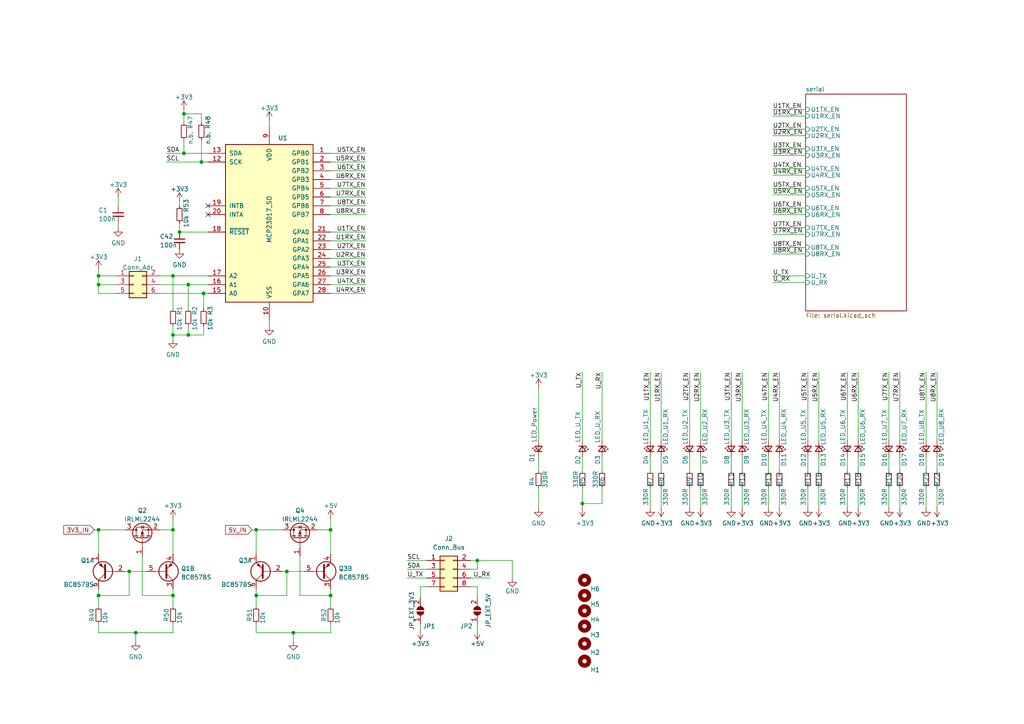
<source format=kicad_sch>
(kicad_sch (version 20211123) (generator eeschema)
  (paper "A4")
  (title_block (title "BSC serial extension") (date "2023-03-28") (rev "1.0"))
  (lib_symbols
    (symbol "Connector_Generic:Conn_02x03_Odd_Even" (pin_names (offset 1.016) hide)
      (property "Reference" "J" (at 1.27 5.08 0))
      (property "Value" "Conn_02x03_Odd_Even" (at 1.27 -5.08 0))
      (symbol "Conn_02x03_Odd_Even_1_1"
        (rectangle (start -1.27 -2.413) (end 0 -2.667) (stroke (width 0.1524)))
        (rectangle (start -1.27 0.127) (end 0 -0.127) (stroke (width 0.1524)))
        (rectangle (start -1.27 2.667) (end 0 2.413) (stroke (width 0.1524)))
        (rectangle (start -1.27 3.81) (end 3.81 -3.81) (stroke (width 0.254)) (fill (type background)))
        (rectangle (start 3.81 -2.413) (end 2.54 -2.667) (stroke (width 0.1524)))
        (rectangle (start 3.81 0.127) (end 2.54 -0.127) (stroke (width 0.1524)))
        (rectangle (start 3.81 2.667) (end 2.54 2.413) (stroke (width 0.1524)))
        (pin passive line (at -5.08 2.54 0) (length 3.81) (name "Pin_1") (number "1"))
        (pin passive line (at 7.62 2.54 180) (length 3.81) (name "Pin_2") (number "2"))
        (pin passive line (at -5.08 0 0) (length 3.81) (name "Pin_3") (number "3"))
        (pin passive line (at 7.62 0 180) (length 3.81) (name "Pin_4") (number "4"))
        (pin passive line (at -5.08 -2.54 0) (length 3.81) (name "Pin_5") (number "5"))
        (pin passive line (at 7.62 -2.54 180) (length 3.81) (name "Pin_6") (number "6"))
      )
    )
    (symbol "Connector_Generic:Conn_02x04_Odd_Even" (pin_names (offset 1.016) hide)
      (property "Reference" "J" (at 1.27 5.08 0))
      (property "Value" "Conn_02x04_Odd_Even" (at 1.27 -7.62 0))
      (symbol "Conn_02x04_Odd_Even_1_1"
        (rectangle (start -1.27 -4.953) (end 0 -5.207) (stroke (width 0.1524)))
        (rectangle (start -1.27 -2.413) (end 0 -2.667) (stroke (width 0.1524)))
        (rectangle (start -1.27 0.127) (end 0 -0.127) (stroke (width 0.1524)))
        (rectangle (start -1.27 2.667) (end 0 2.413) (stroke (width 0.1524)))
        (rectangle (start -1.27 3.81) (end 3.81 -6.35) (stroke (width 0.254)) (fill (type background)))
        (rectangle (start 3.81 -4.953) (end 2.54 -5.207) (stroke (width 0.1524)))
        (rectangle (start 3.81 -2.413) (end 2.54 -2.667) (stroke (width 0.1524)))
        (rectangle (start 3.81 0.127) (end 2.54 -0.127) (stroke (width 0.1524)))
        (rectangle (start 3.81 2.667) (end 2.54 2.413) (stroke (width 0.1524)))
        (pin passive line (at -5.08 2.54 0) (length 3.81) (name "Pin_1") (number "1"))
        (pin passive line (at 7.62 2.54 180) (length 3.81) (name "Pin_2") (number "2"))
        (pin passive line (at -5.08 0 0) (length 3.81) (name "Pin_3") (number "3"))
        (pin passive line (at 7.62 0 180) (length 3.81) (name "Pin_4") (number "4"))
        (pin passive line (at -5.08 -2.54 0) (length 3.81) (name "Pin_5") (number "5"))
        (pin passive line (at 7.62 -2.54 180) (length 3.81) (name "Pin_6") (number "6"))
        (pin passive line (at -5.08 -5.08 0) (length 3.81) (name "Pin_7") (number "7"))
        (pin passive line (at 7.62 -5.08 180) (length 3.81) (name "Pin_8") (number "8"))
      )
    )
    (symbol "Device:C_Small" (pin_numbers hide) (pin_names (offset 0.254) hide)
      (property "Reference" "C" (at 0.254 1.778 0))
      (property "Value" "C_Small" (at 0.254 -2.032 0))
      (symbol "C_Small_0_1"
        (polyline (pts (xy -1.524 -0.508) (xy 1.524 -0.508)) (stroke (width 0.3302)))
        (polyline (pts (xy -1.524 0.508) (xy 1.524 0.508)) (stroke (width 0.3048)))
      )
      (symbol "C_Small_1_1"
        (pin passive line (at 0 2.54 270) (length 2.032) (name "~") (number "1"))
        (pin passive line (at 0 -2.54 90) (length 2.032) (name "~") (number "2"))
      )
    )
    (symbol "Device:LED_Small" (pin_numbers hide) (pin_names (offset 0.254) hide)
      (property "Reference" "D" (at -1.27 3.175 0))
      (property "Value" "LED_Small" (at -4.445 -2.54 0))
      (symbol "LED_Small_0_1"
        (polyline (pts (xy -0.762 -1.016) (xy -0.762 1.016)) (stroke (width 0.254)))
        (polyline (pts (xy 1.016 0) (xy -0.762 0)))
        (polyline (pts (xy 0.762 -1.016) (xy -0.762 0) (xy 0.762 1.016) (xy 0.762 -1.016)) (stroke (width 0.254)))
        (polyline (pts (xy 0 0.762) (xy -0.508 1.27) (xy -0.254 1.27) (xy -0.508 1.27) (xy -0.508 1.016)))
        (polyline (pts (xy 0.508 1.27) (xy 0 1.778) (xy 0.254 1.778) (xy 0 1.778) (xy 0 1.524)))
      )
      (symbol "LED_Small_1_1"
        (pin passive line (at -2.54 0 0) (length 1.778) (name "K") (number "1"))
        (pin passive line (at 2.54 0 180) (length 1.778) (name "A") (number "2"))
      )
    )
    (symbol "Device:R_Small" (pin_numbers hide) (pin_names (offset 0.254) hide)
      (property "Reference" "R" (at 0.762 0.508 0))
      (property "Value" "R_Small" (at 0.762 -1.016 0))
      (symbol "R_Small_0_1"
        (rectangle (start -0.762 1.778) (end 0.762 -1.778) (stroke (width 0.2032)))
      )
      (symbol "R_Small_1_1"
        (pin passive line (at 0 2.54 270) (length 0.762) (name "~") (number "1"))
        (pin passive line (at 0 -2.54 90) (length 0.762) (name "~") (number "2"))
      )
    )
    (symbol "Interface_Expansion:MCP23017_SO" (pin_names (offset 1.016))
      (property "Reference" "U" (at -11.43 24.13 0))
      (property "Value" "MCP23017_SO" (at 0 0 0))
      (symbol "MCP23017_SO_0_1"
        (rectangle (start -12.7 22.86) (end 12.7 -22.86) (stroke (width 0.254)) (fill (type background)))
      )
      (symbol "MCP23017_SO_1_1"
        (pin bidirectional line (at 17.78 20.32 180) (length 5.08) (name "GPB0") (number "1"))
        (pin power_in line (at 0 -27.94 90) (length 5.08) (name "VSS") (number "10"))
        (pin no_connect line (at -12.7 15.24 0) (length 5.08) hide (name "NC") (number "11"))
        (pin input line (at -17.78 17.78 0) (length 5.08) (name "SCK") (number "12"))
        (pin bidirectional line (at -17.78 20.32 0) (length 5.08) (name "SDA") (number "13"))
        (pin no_connect line (at -12.7 12.7 0) (length 5.08) hide (name "NC") (number "14"))
        (pin input line (at -17.78 -20.32 0) (length 5.08) (name "A0") (number "15"))
        (pin input line (at -17.78 -17.78 0) (length 5.08) (name "A1") (number "16"))
        (pin input line (at -17.78 -15.24 0) (length 5.08) (name "A2") (number "17"))
        (pin input line (at -17.78 -2.54 0) (length 5.08) (name "~{RESET}") (number "18"))
        (pin tri_state line (at -17.78 5.08 0) (length 5.08) (name "INTB") (number "19"))
        (pin bidirectional line (at 17.78 17.78 180) (length 5.08) (name "GPB1") (number "2"))
        (pin tri_state line (at -17.78 2.54 0) (length 5.08) (name "INTA") (number "20"))
        (pin bidirectional line (at 17.78 -2.54 180) (length 5.08) (name "GPA0") (number "21"))
        (pin bidirectional line (at 17.78 -5.08 180) (length 5.08) (name "GPA1") (number "22"))
        (pin bidirectional line (at 17.78 -7.62 180) (length 5.08) (name "GPA2") (number "23"))
        (pin bidirectional line (at 17.78 -10.16 180) (length 5.08) (name "GPA3") (number "24"))
        (pin bidirectional line (at 17.78 -12.7 180) (length 5.08) (name "GPA4") (number "25"))
        (pin bidirectional line (at 17.78 -15.24 180) (length 5.08) (name "GPA5") (number "26"))
        (pin bidirectional line (at 17.78 -17.78 180) (length 5.08) (name "GPA6") (number "27"))
        (pin bidirectional line (at 17.78 -20.32 180) (length 5.08) (name "GPA7") (number "28"))
        (pin bidirectional line (at 17.78 15.24 180) (length 5.08) (name "GPB2") (number "3"))
        (pin bidirectional line (at 17.78 12.7 180) (length 5.08) (name "GPB3") (number "4"))
        (pin bidirectional line (at 17.78 10.16 180) (length 5.08) (name "GPB4") (number "5"))
        (pin bidirectional line (at 17.78 7.62 180) (length 5.08) (name "GPB5") (number "6"))
        (pin bidirectional line (at 17.78 5.08 180) (length 5.08) (name "GPB6") (number "7"))
        (pin bidirectional line (at 17.78 2.54 180) (length 5.08) (name "GPB7") (number "8"))
        (pin power_in line (at 0 27.94 270) (length 5.08) (name "VDD") (number "9"))
      )
    )
    (symbol "Jumper:SolderJumper_2_Open" (pin_names (offset 0) hide)
      (property "Reference" "JP" (at 0 2.032 0))
      (property "Value" "SolderJumper_2_Open" (at 0 -2.54 0))
      (symbol "SolderJumper_2_Open_0_1"
        (arc (start -0.254 1.016) (mid -1.27 0) (end -0.254 -1.016))
        (arc (start -0.254 1.016) (mid -1.27 0) (end -0.254 -1.016) (fill (type outline)))
        (polyline (pts (xy -0.254 1.016) (xy -0.254 -1.016)))
        (polyline (pts (xy 0.254 1.016) (xy 0.254 -1.016)))
        (arc (start 0.254 -1.016) (mid 1.27 0) (end 0.254 1.016))
        (arc (start 0.254 -1.016) (mid 1.27 0) (end 0.254 1.016) (fill (type outline)))
      )
      (symbol "SolderJumper_2_Open_1_1"
        (pin passive line (at -3.81 0 0) (length 2.54) (name "A") (number "1"))
        (pin passive line (at 3.81 0 180) (length 2.54) (name "B") (number "2"))
      )
    )
    (symbol "Mechanical:MountingHole" (pin_names (offset 1.016))
      (property "Reference" "H" (at 0 5.08 0))
      (property "Value" "MountingHole" (at 0 3.175 0))
      (symbol "MountingHole_0_1"
        (circle (center 0 0) (radius 1.27) (stroke (width 1.27)))
      )
    )
    (symbol "Transistor_BJT:BC857BS" (pin_names (offset 0) hide)
      (property "Reference" "Q" (at 5.08 1.27 0))
      (property "Value" "BC857BS" (at 5.08 -1.27 0))
      (symbol "BC857BS_0_1"
        (polyline (pts (xy 0.635 0) (xy -2.54 0)))
        (polyline (pts (xy 0.635 0.635) (xy 2.54 2.54)))
        (polyline (pts (xy 0.635 -0.635) (xy 2.54 -2.54) (xy 2.54 -2.54)))
        (polyline (pts (xy 0.635 1.905) (xy 0.635 -1.905) (xy 0.635 -1.905)) (stroke (width 0.508)))
        (polyline (pts (xy 2.286 -1.778) (xy 1.778 -2.286) (xy 1.27 -1.27) (xy 2.286 -1.778) (xy 2.286 -1.778)) (fill (type outline)))
        (circle (center 1.27 0) (radius 2.8194) (stroke (width 0.254)))
      )
      (symbol "BC857BS_1_1"
        (pin passive line (at 2.54 -5.08 90) (length 2.54) (name "E1") (number "1"))
        (pin input line (at -5.08 0 0) (length 2.54) (name "B1") (number "2"))
        (pin passive line (at 2.54 5.08 270) (length 2.54) (name "C1") (number "6"))
      )
      (symbol "BC857BS_2_1"
        (pin passive line (at 2.54 5.08 270) (length 2.54) (name "C2") (number "3"))
        (pin passive line (at 2.54 -5.08 90) (length 2.54) (name "E2") (number "4"))
        (pin input line (at -5.08 0 0) (length 2.54) (name "B2") (number "5"))
      )
    )
    (symbol "Transistor_FET:IRLML5203" (pin_names hide)
      (property "Reference" "Q" (at 5.08 1.905 0))
      (property "Value" "IRLML5203" (at 5.08 0 0))
      (symbol "IRLML5203_0_1"
        (polyline (pts (xy 0.254 0) (xy -2.54 0)))
        (polyline (pts (xy 0.254 1.905) (xy 0.254 -1.905)) (stroke (width 0.254)))
        (polyline (pts (xy 0.762 -1.27) (xy 0.762 -2.286)) (stroke (width 0.254)))
        (polyline (pts (xy 0.762 0.508) (xy 0.762 -0.508)) (stroke (width 0.254)))
        (polyline (pts (xy 0.762 2.286) (xy 0.762 1.27)) (stroke (width 0.254)))
        (polyline (pts (xy 2.54 2.54) (xy 2.54 1.778)))
        (polyline (pts (xy 2.54 -2.54) (xy 2.54 0) (xy 0.762 0)))
        (polyline (pts (xy 0.762 1.778) (xy 3.302 1.778) (xy 3.302 -1.778) (xy 0.762 -1.778)))
        (polyline (pts (xy 2.286 0) (xy 1.27 0.381) (xy 1.27 -0.381) (xy 2.286 0)) (fill (type outline)))
        (polyline (pts (xy 2.794 -0.508) (xy 2.921 -0.381) (xy 3.683 -0.381) (xy 3.81 -0.254)))
        (polyline (pts (xy 3.302 -0.381) (xy 2.921 0.254) (xy 3.683 0.254) (xy 3.302 -0.381)))
        (circle (center 1.651 0) (radius 2.794) (stroke (width 0.254)))
        (circle (center 2.54 -1.778) (radius 0.254) (fill (type outline)))
        (circle (center 2.54 1.778) (radius 0.254) (fill (type outline)))
      )
      (symbol "IRLML5203_1_1"
        (pin input line (at -5.08 0 0) (length 2.54) (name "G") (number "1"))
        (pin passive line (at 2.54 -5.08 90) (length 2.54) (name "S") (number "2"))
        (pin passive line (at 2.54 5.08 270) (length 2.54) (name "D") (number "3"))
      )
    )
    (symbol "power:+3V3" (power) (pin_names (offset 0))
      (property "Value" "+3V3" (at 0 3.556 0))
      (symbol "+3V3_0_1"
        (polyline (pts (xy -0.762 1.27) (xy 0 2.54)))
        (polyline (pts (xy 0 0) (xy 0 2.54)))
        (polyline (pts (xy 0 2.54) (xy 0.762 1.27)))
      )
      (symbol "+3V3_1_1"
        (pin power_in line (at 0 0 90) (length 0) hide (name "+3V3") (number "1"))
      )
    )
    (symbol "power:+5V" (power) (pin_names (offset 0))
      (property "Value" "+5V" (at 0 3.556 0))
      (symbol "+5V_0_1"
        (polyline (pts (xy -0.762 1.27) (xy 0 2.54)))
        (polyline (pts (xy 0 0) (xy 0 2.54)))
        (polyline (pts (xy 0 2.54) (xy 0.762 1.27)))
      )
      (symbol "+5V_1_1"
        (pin power_in line (at 0 0 90) (length 0) hide (name "+5V") (number "1"))
      )
    )
    (symbol "power:GND" (power) (pin_names (offset 0))
      (property "Value" "GND" (at 0 -3.81 0))
      (symbol "GND_0_1"
        (polyline (pts (xy 0 0) (xy 0 -1.27) (xy 1.27 -1.27) (xy 0 -2.54) (xy -1.27 -1.27) (xy 0 -1.27)))
      )
      (symbol "GND_1_1"
        (pin power_in line (at 0 0 270) (length 0) hide (name "GND") (number "1"))
      )
    )
  )
  (junction (at 28.575 80.01))
  (junction (at 95.885 172.72))
  (junction (at 39.37 183.515))
  (junction (at 74.295 172.72))
  (junction (at 85.09 183.515))
  (junction (at 95.885 153.67))
  (junction (at 74.295 153.67))
  (junction (at 59.055 85.09))
  (junction (at 50.165 172.72))
  (junction (at 53.34 33.02))
  (junction (at 28.575 153.67))
  (junction (at 168.91 146.05))
  (junction (at 53.34 44.45))
  (junction (at 28.575 82.55))
  (junction (at 54.61 97.155))
  (junction (at 52.07 67.31))
  (junction (at 54.61 82.55))
  (junction (at 58.42 46.99))
  (junction (at 28.575 172.72))
  (junction (at 50.165 80.01))
  (junction (at 50.165 97.155))
  (junction (at 83.185 165.735))
  (junction (at 37.465 165.735))
  (junction (at 138.43 162.56))
  (junction (at 50.165 153.67))
  (no_connect (at 60.325 59.69))
  (no_connect (at 60.325 62.23))
  (wire (pts (xy 28.575 78.105) (xy 28.575 80.01)))
  (wire (pts (xy 224.155 31.75) (xy 233.68 31.75)))
  (wire (pts (xy 224.155 37.465) (xy 233.68 37.465)))
  (wire (pts (xy 138.43 162.56) (xy 138.43 165.1)))
  (wire (pts (xy 215.265 132.715) (xy 215.265 136.525)))
  (wire (pts (xy 138.43 162.56) (xy 148.59 162.56)))
  (wire (pts (xy 123.825 162.56) (xy 118.11 162.56)))
  (wire (pts (xy 224.155 33.655) (xy 233.68 33.655)))
  (wire (pts (xy 200.025 132.715) (xy 200.025 136.525)))
  (wire (pts (xy 53.34 33.02) (xy 53.34 35.56)))
  (wire (pts (xy 78.105 92.71) (xy 78.105 94.615)))
  (wire (pts (xy 123.825 165.1) (xy 118.11 165.1)))
  (wire (pts (xy 123.825 170.18) (xy 121.92 170.18)))
  (wire (pts (xy 54.61 97.155) (xy 50.165 97.155)))
  (wire (pts (xy 203.2 132.715) (xy 203.2 136.525)))
  (wire (pts (xy 260.985 107.95) (xy 260.985 127.635)))
  (wire (pts (xy 46.355 82.55) (xy 54.61 82.55)))
  (wire (pts (xy 156.21 141.605) (xy 156.21 147.32)))
  (wire (pts (xy 257.81 132.715) (xy 257.81 136.525)))
  (wire (pts (xy 74.295 170.815) (xy 74.295 172.72)))
  (wire (pts (xy 95.885 46.99) (xy 106.045 46.99)))
  (wire (pts (xy 224.155 71.755) (xy 233.68 71.755)))
  (wire (pts (xy 95.885 72.39) (xy 106.045 72.39)))
  (wire (pts (xy 28.575 80.01) (xy 28.575 82.55)))
  (wire (pts (xy 50.165 172.72) (xy 50.165 175.895)))
  (wire (pts (xy 222.885 141.605) (xy 222.885 147.32)))
  (wire (pts (xy 48.26 44.45) (xy 53.34 44.45)))
  (wire (pts (xy 188.595 107.95) (xy 188.595 127.635)))
  (wire (pts (xy 174.625 107.95) (xy 174.625 127.635)))
  (wire (pts (xy 215.265 107.95) (xy 215.265 127.635)))
  (wire (pts (xy 248.92 132.715) (xy 248.92 136.525)))
  (wire (pts (xy 95.885 57.15) (xy 106.045 57.15)))
  (wire (pts (xy 260.985 132.715) (xy 260.985 136.525)))
  (wire (pts (xy 148.59 162.56) (xy 148.59 167.64)))
  (wire (pts (xy 74.295 183.515) (xy 85.09 183.515)))
  (wire (pts (xy 156.21 132.715) (xy 156.21 136.525)))
  (wire (pts (xy 245.745 141.605) (xy 245.745 147.32)))
  (wire (pts (xy 224.155 54.61) (xy 233.68 54.61)))
  (wire (pts (xy 52.07 67.31) (xy 60.325 67.31)))
  (wire (pts (xy 92.075 153.67) (xy 95.885 153.67)))
  (wire (pts (xy 81.915 165.735) (xy 83.185 165.735)))
  (wire (pts (xy 168.91 141.605) (xy 168.91 146.05)))
  (wire (pts (xy 203.2 107.95) (xy 203.2 127.635)))
  (wire (pts (xy 54.61 82.55) (xy 54.61 89.535)))
  (wire (pts (xy 234.315 132.715) (xy 234.315 136.525)))
  (wire (pts (xy 28.575 172.72) (xy 37.465 172.72)))
  (wire (pts (xy 39.37 183.515) (xy 50.165 183.515)))
  (wire (pts (xy 156.21 112.395) (xy 156.21 127.635)))
  (wire (pts (xy 58.42 35.56) (xy 58.42 33.02)))
  (wire (pts (xy 95.885 80.01) (xy 106.045 80.01)))
  (wire (pts (xy 260.985 141.605) (xy 260.985 147.32)))
  (wire (pts (xy 83.185 165.735) (xy 88.265 165.735)))
  (wire (pts (xy 237.49 141.605) (xy 237.49 147.32)))
  (wire (pts (xy 188.595 132.715) (xy 188.595 136.525)))
  (wire (pts (xy 224.155 39.37) (xy 233.68 39.37)))
  (wire (pts (xy 224.155 62.23) (xy 233.68 62.23)))
  (wire (pts (xy 46.355 153.67) (xy 50.165 153.67)))
  (wire (pts (xy 268.605 107.95) (xy 268.605 127.635)))
  (wire (pts (xy 59.055 85.09) (xy 60.325 85.09)))
  (wire (pts (xy 48.26 46.99) (xy 58.42 46.99)))
  (wire (pts (xy 83.185 172.72) (xy 83.185 165.735)))
  (wire (pts (xy 95.885 172.72) (xy 95.885 175.895)))
  (wire (pts (xy 28.575 183.515) (xy 39.37 183.515)))
  (wire (pts (xy 268.605 141.605) (xy 268.605 147.32)))
  (wire (pts (xy 50.165 80.01) (xy 60.325 80.01)))
  (wire (pts (xy 224.155 67.945) (xy 233.68 67.945)))
  (wire (pts (xy 53.34 33.02) (xy 58.42 33.02)))
  (wire (pts (xy 85.09 183.515) (xy 95.885 183.515)))
  (wire (pts (xy 257.81 141.605) (xy 257.81 147.32)))
  (wire (pts (xy 174.625 132.715) (xy 174.625 136.525)))
  (wire (pts (xy 200.025 107.95) (xy 200.025 127.635)))
  (wire (pts (xy 222.885 132.715) (xy 222.885 136.525)))
  (wire (pts (xy 188.595 141.605) (xy 188.595 147.32)))
  (wire (pts (xy 39.37 183.515) (xy 39.37 186.055)))
  (wire (pts (xy 86.995 161.29) (xy 86.995 172.72)))
  (wire (pts (xy 46.355 85.09) (xy 59.055 85.09)))
  (wire (pts (xy 224.155 56.515) (xy 233.68 56.515)))
  (wire (pts (xy 200.025 141.605) (xy 200.025 147.32)))
  (wire (pts (xy 168.91 146.05) (xy 174.625 146.05)))
  (wire (pts (xy 121.92 170.18) (xy 121.92 173.355)))
  (wire (pts (xy 34.29 64.77) (xy 34.29 66.04)))
  (wire (pts (xy 138.43 170.18) (xy 138.43 173.355)))
  (wire (pts (xy 86.995 172.72) (xy 95.885 172.72)))
  (wire (pts (xy 271.78 132.715) (xy 271.78 136.525)))
  (wire (pts (xy 52.07 64.77) (xy 52.07 67.31)))
  (wire (pts (xy 74.295 180.975) (xy 74.295 183.515)))
  (wire (pts (xy 226.06 132.715) (xy 226.06 136.525)))
  (wire (pts (xy 222.885 107.95) (xy 222.885 127.635)))
  (wire (pts (xy 53.34 31.75) (xy 53.34 33.02)))
  (wire (pts (xy 245.745 107.95) (xy 245.745 127.635)))
  (wire (pts (xy 59.055 97.155) (xy 54.61 97.155)))
  (wire (pts (xy 95.885 82.55) (xy 106.045 82.55)))
  (wire (pts (xy 224.155 43.18) (xy 233.68 43.18)))
  (wire (pts (xy 191.77 141.605) (xy 191.77 147.32)))
  (wire (pts (xy 50.165 153.67) (xy 50.165 160.655)))
  (wire (pts (xy 95.885 170.815) (xy 95.885 172.72)))
  (wire (pts (xy 59.055 94.615) (xy 59.055 97.155)))
  (wire (pts (xy 136.525 167.64) (xy 142.24 167.64)))
  (wire (pts (xy 95.885 150.495) (xy 95.885 153.67)))
  (wire (pts (xy 224.155 60.325) (xy 233.68 60.325)))
  (wire (pts (xy 191.77 107.95) (xy 191.77 127.635)))
  (wire (pts (xy 95.885 62.23) (xy 106.045 62.23)))
  (wire (pts (xy 224.155 45.085) (xy 233.68 45.085)))
  (wire (pts (xy 95.885 54.61) (xy 106.045 54.61)))
  (wire (pts (xy 271.78 107.95) (xy 271.78 127.635)))
  (wire (pts (xy 224.155 48.895) (xy 233.68 48.895)))
  (wire (pts (xy 28.575 85.09) (xy 33.655 85.09)))
  (wire (pts (xy 224.155 50.8) (xy 233.68 50.8)))
  (wire (pts (xy 95.885 69.85) (xy 106.045 69.85)))
  (wire (pts (xy 248.92 141.605) (xy 248.92 147.32)))
  (wire (pts (xy 73.025 153.67) (xy 74.295 153.67)))
  (wire (pts (xy 28.575 80.01) (xy 33.655 80.01)))
  (wire (pts (xy 58.42 40.64) (xy 58.42 46.99)))
  (wire (pts (xy 28.575 170.815) (xy 28.575 172.72)))
  (wire (pts (xy 28.575 82.55) (xy 28.575 85.09)))
  (wire (pts (xy 212.09 132.715) (xy 212.09 136.525)))
  (wire (pts (xy 121.92 180.975) (xy 121.92 182.88)))
  (wire (pts (xy 50.165 170.815) (xy 50.165 172.72)))
  (wire (pts (xy 74.295 153.67) (xy 74.295 160.655)))
  (wire (pts (xy 50.165 94.615) (xy 50.165 97.155)))
  (wire (pts (xy 237.49 132.715) (xy 237.49 136.525)))
  (wire (pts (xy 50.165 97.155) (xy 50.165 98.425)))
  (wire (pts (xy 41.275 172.72) (xy 50.165 172.72)))
  (wire (pts (xy 37.465 172.72) (xy 37.465 165.735)))
  (wire (pts (xy 268.605 132.715) (xy 268.605 136.525)))
  (wire (pts (xy 28.575 172.72) (xy 28.575 175.895)))
  (wire (pts (xy 36.195 165.735) (xy 37.465 165.735)))
  (wire (pts (xy 54.61 82.55) (xy 60.325 82.55)))
  (wire (pts (xy 78.105 34.925) (xy 78.105 36.83)))
  (wire (pts (xy 50.165 150.495) (xy 50.165 153.67)))
  (wire (pts (xy 226.06 141.605) (xy 226.06 147.32)))
  (wire (pts (xy 234.315 107.95) (xy 234.315 127.635)))
  (wire (pts (xy 59.055 85.09) (xy 59.055 89.535)))
  (wire (pts (xy 50.165 183.515) (xy 50.165 180.975)))
  (wire (pts (xy 212.09 107.95) (xy 212.09 127.635)))
  (wire (pts (xy 191.77 132.715) (xy 191.77 136.525)))
  (wire (pts (xy 95.885 183.515) (xy 95.885 180.975)))
  (wire (pts (xy 215.265 141.605) (xy 215.265 147.32)))
  (wire (pts (xy 118.11 167.64) (xy 123.825 167.64)))
  (wire (pts (xy 234.315 141.605) (xy 234.315 147.32)))
  (wire (pts (xy 136.525 165.1) (xy 138.43 165.1)))
  (wire (pts (xy 41.275 161.29) (xy 41.275 172.72)))
  (wire (pts (xy 95.885 49.53) (xy 106.045 49.53)))
  (wire (pts (xy 81.915 153.67) (xy 74.295 153.67)))
  (wire (pts (xy 95.885 77.47) (xy 106.045 77.47)))
  (wire (pts (xy 74.295 172.72) (xy 74.295 175.895)))
  (wire (pts (xy 58.42 46.99) (xy 60.325 46.99)))
  (wire (pts (xy 95.885 44.45) (xy 106.045 44.45)))
  (wire (pts (xy 95.885 59.69) (xy 106.045 59.69)))
  (wire (pts (xy 248.92 107.95) (xy 248.92 127.635)))
  (wire (pts (xy 168.91 146.05) (xy 168.91 147.32)))
  (wire (pts (xy 226.06 107.95) (xy 226.06 127.635)))
  (wire (pts (xy 85.09 183.515) (xy 85.09 186.055)))
  (wire (pts (xy 168.91 107.95) (xy 168.91 127.635)))
  (wire (pts (xy 138.43 180.975) (xy 138.43 182.88)))
  (wire (pts (xy 95.885 74.93) (xy 106.045 74.93)))
  (wire (pts (xy 28.575 153.67) (xy 28.575 160.655)))
  (wire (pts (xy 224.155 73.66) (xy 233.68 73.66)))
  (wire (pts (xy 136.525 170.18) (xy 138.43 170.18)))
  (wire (pts (xy 237.49 107.95) (xy 237.49 127.635)))
  (wire (pts (xy 212.09 141.605) (xy 212.09 147.32)))
  (wire (pts (xy 203.2 141.605) (xy 203.2 147.32)))
  (wire (pts (xy 224.155 66.04) (xy 233.68 66.04)))
  (wire (pts (xy 245.745 132.715) (xy 245.745 136.525)))
  (wire (pts (xy 95.885 85.09) (xy 106.045 85.09)))
  (wire (pts (xy 34.29 57.15) (xy 34.29 59.69)))
  (wire (pts (xy 37.465 165.735) (xy 42.545 165.735)))
  (wire (pts (xy 53.34 44.45) (xy 60.325 44.45)))
  (wire (pts (xy 54.61 94.615) (xy 54.61 97.155)))
  (wire (pts (xy 36.195 153.67) (xy 28.575 153.67)))
  (wire (pts (xy 95.885 153.67) (xy 95.885 160.655)))
  (wire (pts (xy 53.34 40.64) (xy 53.34 44.45)))
  (wire (pts (xy 168.91 132.715) (xy 168.91 136.525)))
  (wire (pts (xy 28.575 180.975) (xy 28.575 183.515)))
  (wire (pts (xy 174.625 141.605) (xy 174.625 146.05)))
  (wire (pts (xy 257.81 107.95) (xy 257.81 127.635)))
  (wire (pts (xy 52.07 58.42) (xy 52.07 59.69)))
  (wire (pts (xy 224.155 81.915) (xy 233.68 81.915)))
  (wire (pts (xy 271.78 141.605) (xy 271.78 147.32)))
  (wire (pts (xy 50.165 89.535) (xy 50.165 80.01)))
  (wire (pts (xy 136.525 162.56) (xy 138.43 162.56)))
  (wire (pts (xy 46.355 80.01) (xy 50.165 80.01)))
  (wire (pts (xy 27.305 153.67) (xy 28.575 153.67)))
  (wire (pts (xy 28.575 82.55) (xy 33.655 82.55)))
  (wire (pts (xy 74.295 172.72) (xy 83.185 172.72)))
  (wire (pts (xy 95.885 52.07) (xy 106.045 52.07)))
  (wire (pts (xy 224.155 80.01) (xy 233.68 80.01)))
  (wire (pts (xy 95.885 67.31) (xy 106.045 67.31)))
  (label "U8TX_EN" (at 224.155 71.755 0))
  (label "U_RX" (at 142.24 167.64 180))
  (label "U3TX_EN" (at 212.09 107.95 270))
  (label "U7TX_EN" (at 257.81 107.95 270))
  (label "U_TX" (at 168.91 107.95 270))
  (label "U4RX_EN" (at 106.045 85.09 180))
  (label "U8RX_EN" (at 271.78 107.95 270))
  (label "U2RX_EN" (at 203.2 107.95 270))
  (label "SDA" (at 118.11 165.1 0))
  (label "U7TX_EN" (at 106.045 54.61 180))
  (label "U2TX_EN" (at 200.025 107.95 270))
  (label "U_RX" (at 224.155 81.915 0))
  (label "U2TX_EN" (at 106.045 72.39 180))
  (label "U5TX_EN" (at 224.155 54.61 0))
  (label "U4TX_EN" (at 106.045 82.55 180))
  (label "U3TX_EN" (at 106.045 77.47 180))
  (label "U8RX_EN" (at 224.155 73.66 0))
  (label "U6RX_EN" (at 106.045 52.07 180))
  (label "U5RX_EN" (at 106.045 46.99 180))
  (label "U8TX_EN" (at 106.045 59.69 180))
  (label "U8TX_EN" (at 268.605 107.95 270))
  (label "U7RX_EN" (at 224.155 67.945 0))
  (label "U2RX_EN" (at 224.155 39.37 0))
  (label "U8RX_EN" (at 106.045 62.23 180))
  (label "U3RX_EN" (at 224.155 45.085 0))
  (label "U6TX_EN" (at 224.155 60.325 0))
  (label "U4TX_EN" (at 222.885 107.95 270))
  (label "SCL" (at 118.11 162.56 0))
  (label "U1RX_EN" (at 224.155 33.655 0))
  (label "U6RX_EN" (at 248.92 107.95 270))
  (label "U1TX_EN" (at 188.595 107.95 270))
  (label "U2RX_EN" (at 106.045 74.93 180))
  (label "U_TX" (at 118.11 167.64 0))
  (label "U2TX_EN" (at 224.155 37.465 0))
  (label "U5RX_EN" (at 237.49 107.95 270))
  (label "U4RX_EN" (at 224.155 50.8 0))
  (label "U_TX" (at 224.155 80.01 0))
  (label "U3RX_EN" (at 215.265 107.95 270))
  (label "U4TX_EN" (at 224.155 48.895 0))
  (label "U3RX_EN" (at 106.045 80.01 180))
  (label "U6RX_EN" (at 224.155 62.23 0))
  (label "U5TX_EN" (at 234.315 107.95 270))
  (label "U5RX_EN" (at 224.155 56.515 0))
  (label "U6TX_EN" (at 106.045 49.53 180))
  (label "U3TX_EN" (at 224.155 43.18 0))
  (label "U7RX_EN" (at 106.045 57.15 180))
  (label "U_RX" (at 174.625 107.95 270))
  (label "U1RX_EN" (at 191.77 107.95 270))
  (label "SCL" (at 48.26 46.99 0))
  (label "U4RX_EN" (at 226.06 107.95 270))
  (label "U5TX_EN" (at 106.045 44.45 180))
  (label "U1RX_EN" (at 106.045 69.85 180))
  (label "U6TX_EN" (at 245.745 107.95 270))
  (label "U7RX_EN" (at 260.985 107.95 270))
  (label "U1TX_EN" (at 106.045 67.31 180))
  (label "SDA" (at 48.26 44.45 0))
  (label "U7TX_EN" (at 224.155 66.04 0))
  (label "U1TX_EN" (at 224.155 31.75 0))
  (global_label "5V_IN" (shape input) (at 73.025 153.67 180) (property "Intersheet References" "${INTERSHEET_REFS}" (effects hide)))
  (global_label "3V3_IN" (shape input) (at 27.305 153.67 180) (property "Intersheet References" "${INTERSHEET_REFS}" (effects hide)))
  (symbol (lib_id "Transistor_BJT:BC857BS") (at 93.345 165.735 0) (mirror x) (unit 2)
    (property "Reference" "Q3" (at 98.1964 164.9003 0) (effects (justify left)))
    (property "Value" "BC857BS" (at 98.1964 167.4372 0) (effects (justify left)))
    (property "Footprint" "Package_TO_SOT_SMD:SOT-363_SC-70-6" (effects hide))
    (property "Datasheet" "https://assets.nexperia.com/documents/data-sheet/BC857BS.pdf" (effects hide))
  )
  (symbol (lib_id "power:GND") (at 39.37 186.055 0) (unit 1)
    (property "Reference" "#PWR029" (effects hide))
    (property "Value" "GND" (at 39.37 190.4984 0))
  )
  (symbol (lib_id "Device:R_Small") (at 260.985 139.065 0) (unit 1)
    (property "Reference" "R20" (at 260.985 140.97 90) (effects (justify left)))
    (property "Value" "330R" (at 262.255 146.685 90) (effects (justify left)))
    (property "Footprint" "Resistor_SMD:R_0603_1608Metric" (effects hide))
  )
  (symbol (lib_id "power:+3V3") (at 260.985 147.32 180) (unit 1)
    (property "Reference" "#PWR026" (effects hide))
    (property "Value" "+3V3" (at 259.08 151.765 0) (effects (justify right)))
  )
  (symbol (lib_id "power:GND") (at 85.09 186.055 0) (unit 1)
    (property "Reference" "#PWR033" (effects hide))
    (property "Value" "GND" (at 85.09 190.4984 0))
  )
  (symbol (lib_id "Device:R_Small") (at 54.61 92.075 0) (unit 1)
    (property "Reference" "R2" (at 56.515 91.44 90) (effects (justify left)))
    (property "Value" "10k" (at 56.515 95.885 90) (effects (justify left)))
    (property "Footprint" "Resistor_SMD:R_0603_1608Metric" (effects hide))
  )
  (symbol (lib_id "Device:R_Small") (at 50.165 92.075 0) (unit 1)
    (property "Reference" "R1" (at 52.07 91.44 90) (effects (justify left)))
    (property "Value" "10k" (at 52.07 95.885 90) (effects (justify left)))
    (property "Footprint" "Resistor_SMD:R_0603_1608Metric" (effects hide))
  )
  (symbol (lib_id "power:+3V3") (at 248.92 147.32 180) (unit 1)
    (property "Reference" "#PWR024" (effects hide))
    (property "Value" "+3V3" (at 247.015 151.765 0) (effects (justify right)))
  )
  (symbol (lib_id "Device:LED_Small") (at 257.81 130.175 90) (unit 1)
    (property "Reference" "D16" (at 256.54 133.35 0))
    (property "Value" "LED_U7_TX" (at 256.54 123.825 0))
    (property "Footprint" "LED_SMD:LED_0603_1608Metric" (effects hide))
  )
  (symbol (lib_id "power:+3V3") (at 52.07 58.42 0) (unit 1)
    (property "Reference" "#PWR041" (effects hide))
    (property "Value" "+3V3" (at 52.07 54.8442 0))
  )
  (symbol (lib_id "power:GND") (at 148.59 167.64 0) (unit 1)
    (property "Reference" "#PWR09" (effects hide))
    (property "Value" "GND" (at 148.59 171.45 0))
  )
  (symbol (lib_id "Device:LED_Small") (at 271.78 130.175 270) (unit 1)
    (property "Reference" "D19" (at 273.05 133.35 0))
    (property "Value" "LED_U8_RX" (at 273.05 123.825 0))
    (property "Footprint" "LED_SMD:LED_0603_1608Metric" (effects hide))
  )
  (symbol (lib_id "Device:LED_Small") (at 245.745 130.175 90) (unit 1)
    (property "Reference" "D14" (at 244.475 133.35 0))
    (property "Value" "LED_U6_TX" (at 244.475 123.825 0))
    (property "Footprint" "LED_SMD:LED_0603_1608Metric" (effects hide))
  )
  (symbol (lib_id "power:GND") (at 50.165 98.425 0) (unit 1)
    (property "Reference" "#PWR04" (effects hide))
    (property "Value" "GND" (at 50.165 102.87 0))
  )
  (symbol (lib_id "Device:R_Small") (at 248.92 139.065 0) (unit 1)
    (property "Reference" "R18" (at 248.92 140.97 90) (effects (justify left)))
    (property "Value" "330R" (at 250.19 146.685 90) (effects (justify left)))
    (property "Footprint" "Resistor_SMD:R_0603_1608Metric" (effects hide))
  )
  (symbol (lib_id "Device:LED_Small") (at 203.2 130.175 270) (unit 1)
    (property "Reference" "D7" (at 204.47 133.35 0))
    (property "Value" "LED_U2_RX" (at 204.47 123.825 0))
    (property "Footprint" "LED_SMD:LED_0603_1608Metric" (effects hide))
  )
  (symbol (lib_id "Device:LED_Small") (at 226.06 130.175 270) (unit 1)
    (property "Reference" "D11" (at 227.33 133.35 0))
    (property "Value" "LED_U4_RX" (at 227.33 123.825 0))
    (property "Footprint" "LED_SMD:LED_0603_1608Metric" (effects hide))
  )
  (symbol (lib_id "power:+3V3") (at 121.92 182.88 180) (unit 1)
    (property "Reference" "#PWR05" (effects hide))
    (property "Value" "+3V3" (at 121.92 186.69 0))
  )
  (symbol (lib_id "Jumper:SolderJumper_2_Open") (at 121.92 177.165 90) (unit 1)
    (property "Reference" "JP1" (at 124.46 181.61 90))
    (property "Value" "JP_EXT_3V3" (at 119.38 177.165 0))
    (property "Footprint" "Jumper:SolderJumper-2_P1.3mm_Open_RoundedPad1.0x1.5mm" (effects hide))
  )
  (symbol (lib_id "power:GND") (at 268.605 147.32 0) (unit 1)
    (property "Reference" "#PWR027" (effects hide))
    (property "Value" "GND" (at 267.97 151.765 0))
  )
  (symbol (lib_id "Device:LED_Small") (at 188.595 130.175 90) (unit 1)
    (property "Reference" "D4" (at 187.325 133.35 0))
    (property "Value" "LED_U1_TX" (at 187.325 123.825 0))
    (property "Footprint" "LED_SMD:LED_0603_1608Metric" (effects hide))
  )
  (symbol (lib_id "Device:LED_Small") (at 248.92 130.175 270) (unit 1)
    (property "Reference" "D15" (at 250.19 133.35 0))
    (property "Value" "LED_U6_RX" (at 250.19 123.825 0))
    (property "Footprint" "LED_SMD:LED_0603_1608Metric" (effects hide))
  )
  (symbol (lib_id "Device:R_Small") (at 95.885 178.435 0) (unit 1)
    (property "Reference" "R52" (at 93.98 180.34 90) (effects (justify left)))
    (property "Value" "10k" (at 97.79 180.975 90) (effects (justify left)))
    (property "Footprint" "Resistor_SMD:R_0603_1608Metric" (effects hide))
  )
  (symbol (lib_id "power:GND") (at 234.315 147.32 0) (unit 1)
    (property "Reference" "#PWR021" (effects hide))
    (property "Value" "GND" (at 233.68 151.765 0))
  )
  (symbol (lib_id "Device:R_Small") (at 237.49 139.065 0) (unit 1)
    (property "Reference" "R16" (at 237.49 140.97 90) (effects (justify left)))
    (property "Value" "330R" (at 238.76 146.685 90) (effects (justify left)))
    (property "Footprint" "Resistor_SMD:R_0603_1608Metric" (effects hide))
  )
  (symbol (lib_id "Device:R_Small") (at 271.78 139.065 0) (unit 1)
    (property "Reference" "R22" (at 271.78 140.97 90) (effects (justify left)))
    (property "Value" "330R" (at 273.05 146.685 90) (effects (justify left)))
    (property "Footprint" "Resistor_SMD:R_0603_1608Metric" (effects hide))
  )
  (symbol (lib_id "Device:LED_Small") (at 156.21 130.175 90) (unit 1)
    (property "Reference" "D1" (at 154.305 132.715 0))
    (property "Value" "LED_Power" (at 154.94 123.19 0))
    (property "Footprint" "LED_SMD:LED_0603_1608Metric" (effects hide))
  )
  (symbol (lib_id "Device:LED_Small") (at 200.025 130.175 90) (unit 1)
    (property "Reference" "D6" (at 198.755 133.35 0))
    (property "Value" "LED_U2_TX" (at 198.755 123.825 0))
    (property "Footprint" "LED_SMD:LED_0603_1608Metric" (effects hide))
  )
  (symbol (lib_id "Mechanical:MountingHole") (at 169.545 181.61 180) (unit 1)
    (property "Reference" "H3" (at 173.99 184.15 0) (effects (justify left)))
    (property "Value" "MountingHole" (effects hide))
    (property "Footprint" "MountingHole:MountingHole_3.2mm_M3" (effects hide))
  )
  (symbol (lib_id "power:+3V3") (at 168.91 147.32 180) (unit 1)
    (property "Reference" "#PWR012" (effects hide))
    (property "Value" "+3V3" (at 167.005 151.765 0) (effects (justify right)))
  )
  (symbol (lib_id "Device:LED_Small") (at 260.985 130.175 270) (unit 1)
    (property "Reference" "D17" (at 262.255 133.35 0))
    (property "Value" "LED_U7_RX" (at 262.255 123.825 0))
    (property "Footprint" "LED_SMD:LED_0603_1608Metric" (effects hide))
  )
  (symbol (lib_id "Device:R_Small") (at 53.34 38.1 0) (unit 1)
    (property "Reference" "R47" (at 55.245 37.465 90) (effects (justify left)))
    (property "Value" "n.b." (at 55.245 41.91 90) (effects (justify left)))
    (property "Footprint" "Resistor_SMD:R_0603_1608Metric" (effects hide))
  )
  (symbol (lib_id "power:GND") (at 200.025 147.32 0) (unit 1)
    (property "Reference" "#PWR015" (effects hide))
    (property "Value" "GND" (at 199.39 151.765 0))
  )
  (symbol (lib_id "Device:R_Small") (at 203.2 139.065 0) (unit 1)
    (property "Reference" "R10" (at 203.2 140.97 90) (effects (justify left)))
    (property "Value" "330R" (at 204.47 146.685 90) (effects (justify left)))
    (property "Footprint" "Resistor_SMD:R_0603_1608Metric" (effects hide))
  )
  (symbol (lib_id "Jumper:SolderJumper_2_Open") (at 138.43 177.165 90) (unit 1)
    (property "Reference" "JP2" (at 135.255 181.61 90))
    (property "Value" "JP_EXT_5V" (at 141.605 177.165 0))
    (property "Footprint" "Jumper:SolderJumper-2_P1.3mm_Open_RoundedPad1.0x1.5mm" (effects hide))
  )
  (symbol (lib_id "Device:R_Small") (at 28.575 178.435 0) (unit 1)
    (property "Reference" "R49" (at 26.67 180.34 90) (effects (justify left)))
    (property "Value" "10k" (at 30.48 180.975 90) (effects (justify left)))
    (property "Footprint" "Resistor_SMD:R_0603_1608Metric" (effects hide))
  )
  (symbol (lib_id "power:GND") (at 245.745 147.32 0) (unit 1)
    (property "Reference" "#PWR023" (effects hide))
    (property "Value" "GND" (at 245.11 151.765 0))
  )
  (symbol (lib_id "Device:R_Small") (at 50.165 178.435 0) (unit 1)
    (property "Reference" "R50" (at 48.26 180.34 90) (effects (justify left)))
    (property "Value" "10k" (at 52.07 180.975 90) (effects (justify left)))
    (property "Footprint" "Resistor_SMD:R_0603_1608Metric" (effects hide))
  )
  (symbol (lib_id "power:+5V") (at 95.885 150.495 0) (unit 1)
    (property "Reference" "#PWR037" (effects hide))
    (property "Value" "+5V" (at 95.885 146.685 0))
  )
  (symbol (lib_id "Mechanical:MountingHole") (at 169.545 191.77 180) (unit 1)
    (property "Reference" "H1" (at 173.99 194.31 0) (effects (justify left)))
    (property "Value" "MountingHole" (effects hide))
    (property "Footprint" "MountingHole:MountingHole_3.2mm_M3" (effects hide))
  )
  (symbol (lib_id "Device:R_Small") (at 215.265 139.065 0) (unit 1)
    (property "Reference" "R12" (at 215.265 140.97 90) (effects (justify left)))
    (property "Value" "330R" (at 216.535 146.685 90) (effects (justify left)))
    (property "Footprint" "Resistor_SMD:R_0603_1608Metric" (effects hide))
  )
  (symbol (lib_id "Device:LED_Small") (at 212.09 130.175 90) (unit 1)
    (property "Reference" "D8" (at 210.82 133.35 0))
    (property "Value" "LED_U3_TX" (at 210.82 123.825 0))
    (property "Footprint" "LED_SMD:LED_0603_1608Metric" (effects hide))
  )
  (symbol (lib_id "Device:LED_Small") (at 237.49 130.175 270) (unit 1)
    (property "Reference" "D13" (at 238.76 133.35 0))
    (property "Value" "LED_U5_RX" (at 238.76 123.825 0))
    (property "Footprint" "LED_SMD:LED_0603_1608Metric" (effects hide))
  )
  (symbol (lib_id "Device:R_Small") (at 156.21 139.065 0) (unit 1)
    (property "Reference" "R4" (at 154.305 140.97 90) (effects (justify left)))
    (property "Value" "330R" (at 158.115 141.605 90) (effects (justify left)))
    (property "Footprint" "Resistor_SMD:R_0603_1608Metric" (effects hide))
  )
  (symbol (lib_id "power:+3V3") (at 203.2 147.32 180) (unit 1)
    (property "Reference" "#PWR016" (effects hide))
    (property "Value" "+3V3" (at 201.295 151.765 0) (effects (justify right)))
  )
  (symbol (lib_id "power:GND") (at 212.09 147.32 0) (unit 1)
    (property "Reference" "#PWR017" (effects hide))
    (property "Value" "GND" (at 211.455 151.765 0))
  )
  (symbol (lib_id "Device:R_Small") (at 212.09 139.065 0) (unit 1)
    (property "Reference" "R11" (at 212.09 140.97 90) (effects (justify left)))
    (property "Value" "330R" (at 210.82 146.685 90) (effects (justify left)))
    (property "Footprint" "Resistor_SMD:R_0603_1608Metric" (effects hide))
  )
  (symbol (lib_id "Device:LED_Small") (at 234.315 130.175 90) (unit 1)
    (property "Reference" "D12" (at 233.045 133.35 0))
    (property "Value" "LED_U5_TX" (at 233.045 123.825 0))
    (property "Footprint" "LED_SMD:LED_0603_1608Metric" (effects hide))
  )
  (symbol (lib_id "power:+3V3") (at 271.78 147.32 180) (unit 1)
    (property "Reference" "#PWR028" (effects hide))
    (property "Value" "+3V3" (at 269.875 151.765 0) (effects (justify right)))
  )
  (symbol (lib_id "power:+3V3") (at 191.77 147.32 180) (unit 1)
    (property "Reference" "#PWR014" (effects hide))
    (property "Value" "+3V3" (at 189.865 151.765 0) (effects (justify right)))
  )
  (symbol (lib_id "Transistor_BJT:BC857BS") (at 47.625 165.735 0) (mirror x) (unit 2)
    (property "Reference" "Q1" (at 52.4764 164.9003 0) (effects (justify left)))
    (property "Value" "BC857BS" (at 52.4764 167.4372 0) (effects (justify left)))
    (property "Footprint" "Package_TO_SOT_SMD:SOT-363_SC-70-6" (effects hide))
    (property "Datasheet" "https://assets.nexperia.com/documents/data-sheet/BC857BS.pdf" (effects hide))
  )
  (symbol (lib_id "Device:LED_Small") (at 191.77 130.175 270) (unit 1)
    (property "Reference" "D5" (at 193.04 133.35 0))
    (property "Value" "LED_U1_RX" (at 193.04 123.825 0))
    (property "Footprint" "LED_SMD:LED_0603_1608Metric" (effects hide))
  )
  (symbol (lib_id "Device:R_Small") (at 188.595 139.065 0) (unit 1)
    (property "Reference" "R7" (at 188.595 140.97 90) (effects (justify left)))
    (property "Value" "330R" (at 187.325 146.685 90) (effects (justify left)))
    (property "Footprint" "Resistor_SMD:R_0603_1608Metric" (effects hide))
  )
  (symbol (lib_id "power:+3V3") (at 50.165 150.495 0) (unit 1)
    (property "Reference" "#PWR030" (effects hide))
    (property "Value" "+3V3" (at 50.165 146.685 0))
  )
  (symbol (lib_id "Device:R_Small") (at 234.315 139.065 0) (unit 1)
    (property "Reference" "R15" (at 234.315 140.97 90) (effects (justify left)))
    (property "Value" "330R" (at 233.045 146.685 90) (effects (justify left)))
    (property "Footprint" "Resistor_SMD:R_0603_1608Metric" (effects hide))
  )
  (symbol (lib_id "Device:LED_Small") (at 174.625 130.175 270) (unit 1)
    (property "Reference" "D3" (at 173.355 133.35 0))
    (property "Value" "LED_U_RX" (at 173.355 123.825 0))
    (property "Footprint" "LED_SMD:LED_0603_1608Metric" (effects hide))
  )
  (symbol (lib_id "Device:R_Small") (at 226.06 139.065 0) (unit 1)
    (property "Reference" "R14" (at 226.06 140.97 90) (effects (justify left)))
    (property "Value" "330R" (at 227.33 146.685 90) (effects (justify left)))
    (property "Footprint" "Resistor_SMD:R_0603_1608Metric" (effects hide))
  )
  (symbol (lib_id "Device:R_Small") (at 52.07 62.23 0) (unit 1)
    (property "Reference" "R53" (at 53.975 61.595 90) (effects (justify left)))
    (property "Value" "10k" (at 53.975 66.04 90) (effects (justify left)))
    (property "Footprint" "Resistor_SMD:R_0603_1608Metric" (effects hide))
  )
  (symbol (lib_id "Device:R_Small") (at 222.885 139.065 0) (unit 1)
    (property "Reference" "R13" (at 222.885 140.97 90) (effects (justify left)))
    (property "Value" "330R" (at 221.615 146.685 90) (effects (justify left)))
    (property "Footprint" "Resistor_SMD:R_0603_1608Metric" (effects hide))
  )
  (symbol (lib_id "Device:R_Small") (at 268.605 139.065 0) (unit 1)
    (property "Reference" "R21" (at 268.605 140.97 90) (effects (justify left)))
    (property "Value" "330R" (at 267.335 146.685 90) (effects (justify left)))
    (property "Footprint" "Resistor_SMD:R_0603_1608Metric" (effects hide))
  )
  (symbol (lib_id "Mechanical:MountingHole") (at 169.545 186.69 180) (unit 1)
    (property "Reference" "H2" (at 173.99 189.23 0) (effects (justify left)))
    (property "Value" "MountingHole" (effects hide))
    (property "Footprint" "MountingHole:MountingHole_3.2mm_M3" (effects hide))
  )
  (symbol (lib_id "Device:R_Small") (at 74.295 178.435 0) (unit 1)
    (property "Reference" "R51" (at 72.39 180.34 90) (effects (justify left)))
    (property "Value" "10k" (at 76.2 180.975 90) (effects (justify left)))
    (property "Footprint" "Resistor_SMD:R_0603_1608Metric" (effects hide))
  )
  (symbol (lib_id "power:GND") (at 188.595 147.32 0) (unit 1)
    (property "Reference" "#PWR013" (effects hide))
    (property "Value" "GND" (at 187.96 151.765 0))
  )
  (symbol (lib_id "Device:R_Small") (at 191.77 139.065 0) (unit 1)
    (property "Reference" "R8" (at 191.77 140.97 90) (effects (justify left)))
    (property "Value" "330R" (at 193.04 146.685 90) (effects (justify left)))
    (property "Footprint" "Resistor_SMD:R_0603_1608Metric" (effects hide))
  )
  (symbol (lib_id "power:+3V3") (at 53.34 31.75 0) (unit 1)
    (property "Reference" "#PWR0118" (effects hide))
    (property "Value" "+3V3" (at 53.34 28.1742 0))
  )
  (symbol (lib_id "power:+3V3") (at 78.105 34.925 0) (unit 1)
    (property "Reference" "#PWR06" (effects hide))
    (property "Value" "+3V3" (at 78.105 31.3492 0))
  )
  (symbol (lib_id "power:+5V") (at 138.43 182.88 180) (unit 1)
    (property "Reference" "#PWR08" (effects hide))
    (property "Value" "+5V" (at 138.43 186.69 0))
  )
  (symbol (lib_id "Device:R_Small") (at 257.81 139.065 0) (unit 1)
    (property "Reference" "R19" (at 257.81 140.97 90) (effects (justify left)))
    (property "Value" "330R" (at 256.54 146.685 90) (effects (justify left)))
    (property "Footprint" "Resistor_SMD:R_0603_1608Metric" (effects hide))
  )
  (symbol (lib_id "power:+3V3") (at 226.06 147.32 180) (unit 1)
    (property "Reference" "#PWR020" (effects hide))
    (property "Value" "+3V3" (at 224.155 151.765 0) (effects (justify right)))
  )
  (symbol (lib_id "Transistor_BJT:BC857BS") (at 31.115 165.735 180) (unit 1)
    (property "Reference" "Q1" (at 27.305 162.56 0) (effects (justify left)))
    (property "Value" "BC857BS" (at 27.305 169.545 0) (effects (justify left)))
    (property "Footprint" "Package_TO_SOT_SMD:SOT-363_SC-70-6" (effects hide))
    (property "Datasheet" "https://assets.nexperia.com/documents/data-sheet/BC857BS.pdf" (effects hide))
  )
  (symbol (lib_id "Transistor_FET:IRLML5203") (at 41.275 156.21 90) (unit 1)
    (property "Reference" "Q2" (at 41.275 148.0652 90))
    (property "Value" "IRLML2244" (at 41.275 150.6021 90))
    (property "Footprint" "Package_TO_SOT_SMD:SOT-23" (effects hide))
  )
  (symbol (lib_id "Transistor_FET:IRLML5203") (at 86.995 156.21 90) (unit 1)
    (property "Reference" "Q4" (at 86.995 148.0652 90))
    (property "Value" "IRLML2244" (at 86.995 150.6021 90))
    (property "Footprint" "Package_TO_SOT_SMD:SOT-23" (effects hide))
  )
  (symbol (lib_id "Device:LED_Small") (at 168.91 130.175 270) (unit 1)
    (property "Reference" "D2" (at 167.64 133.35 0))
    (property "Value" "LED_U_TX" (at 167.64 123.825 0))
    (property "Footprint" "LED_SMD:LED_0603_1608Metric" (effects hide))
  )
  (symbol (lib_id "Mechanical:MountingHole") (at 169.545 172.72 180) (unit 1)
    (property "Reference" "H5" (at 173.99 175.26 0) (effects (justify left)))
    (property "Value" "MountingHole" (effects hide))
    (property "Footprint" "MountingHole:MountingHole_3.2mm_M3" (effects hide))
  )
  (symbol (lib_id "Device:R_Small") (at 200.025 139.065 0) (unit 1)
    (property "Reference" "R9" (at 200.025 140.97 90) (effects (justify left)))
    (property "Value" "330R" (at 198.755 146.685 90) (effects (justify left)))
    (property "Footprint" "Resistor_SMD:R_0603_1608Metric" (effects hide))
  )
  (symbol (lib_id "Device:R_Small") (at 58.42 38.1 0) (unit 1)
    (property "Reference" "R48" (at 60.325 37.465 90) (effects (justify left)))
    (property "Value" "n.b." (at 60.325 41.91 90) (effects (justify left)))
    (property "Footprint" "Resistor_SMD:R_0603_1608Metric" (effects hide))
  )
  (symbol (lib_id "Device:R_Small") (at 245.745 139.065 0) (unit 1)
    (property "Reference" "R17" (at 245.745 140.97 90) (effects (justify left)))
    (property "Value" "330R" (at 244.475 146.685 90) (effects (justify left)))
    (property "Footprint" "Resistor_SMD:R_0603_1608Metric" (effects hide))
  )
  (symbol (lib_id "power:GND") (at 156.21 147.32 0) (unit 1)
    (property "Reference" "#PWR011" (effects hide))
    (property "Value" "GND" (at 156.21 151.7634 0))
  )
  (symbol (lib_id "Interface_Expansion:MCP23017_SO") (at 78.105 64.77 0) (unit 1)
    (property "Reference" "U1" (at 80.645 40.005 0) (effects (justify left)))
    (property "Value" "MCP23017_SO" (at 78.105 70.485 90) (effects (justify left)))
    (property "Footprint" "Package_SO:SOIC-28W_7.5x17.9mm_P1.27mm" (effects hide))
    (property "Datasheet" "http://ww1.microchip.com/downloads/en/DeviceDoc/20001952C.pdf" (effects hide))
  )
  (symbol (lib_id "Mechanical:MountingHole") (at 169.545 168.275 180) (unit 1)
    (property "Reference" "H6" (at 173.99 170.815 0) (effects (justify left)))
    (property "Value" "MountingHole" (effects hide))
    (property "Footprint" "MountingHole:MountingHole_3.2mm_M3" (effects hide))
  )
  (symbol (lib_id "Device:LED_Small") (at 268.605 130.175 90) (unit 1)
    (property "Reference" "D18" (at 267.335 133.35 0))
    (property "Value" "LED_U8_TX" (at 267.335 123.825 0))
    (property "Footprint" "LED_SMD:LED_0603_1608Metric" (effects hide))
  )
  (symbol (lib_id "power:+3V3") (at 34.29 57.15 0) (unit 1)
    (property "Reference" "#PWR02" (effects hide))
    (property "Value" "+3V3" (at 34.29 53.5742 0))
  )
  (symbol (lib_id "Mechanical:MountingHole") (at 169.545 177.165 180) (unit 1)
    (property "Reference" "H4" (at 173.99 179.705 0) (effects (justify left)))
    (property "Value" "MountingHole" (effects hide))
    (property "Footprint" "MountingHole:MountingHole_3.2mm_M3" (effects hide))
  )
  (symbol (lib_id "Device:R_Small") (at 168.91 139.065 0) (unit 1)
    (property "Reference" "R5" (at 168.91 140.97 90) (effects (justify left)))
    (property "Value" "330R" (at 167.005 141.605 90) (effects (justify left)))
    (property "Footprint" "Resistor_SMD:R_0603_1608Metric" (effects hide))
  )
  (symbol (lib_id "Device:C_Small") (at 52.07 69.85 0) (unit 1)
    (property "Reference" "C42" (at 46.355 68.58 0) (effects (justify left)))
    (property "Value" "100n" (at 46.355 71.12 0) (effects (justify left)))
    (property "Footprint" "Capacitor_SMD:C_0603_1608Metric" (effects hide))
  )
  (symbol (lib_id "power:GND") (at 52.07 72.39 0) (unit 1)
    (property "Reference" "#PWR042" (effects hide))
    (property "Value" "GND" (at 52.07 76.8334 0))
  )
  (symbol (lib_id "power:+3V3") (at 156.21 112.395 0) (unit 1)
    (property "Reference" "#PWR010" (effects hide))
    (property "Value" "+3V3" (at 156.21 108.8192 0))
  )
  (symbol (lib_id "power:GND") (at 78.105 94.615 0) (unit 1)
    (property "Reference" "#PWR07" (effects hide))
    (property "Value" "GND" (at 78.105 99.06 0))
  )
  (symbol (lib_id "power:+3V3") (at 28.575 78.105 0) (unit 1)
    (property "Reference" "#PWR01" (effects hide))
    (property "Value" "+3V3" (at 28.575 74.5292 0))
  )
  (symbol (lib_id "Connector_Generic:Conn_02x03_Odd_Even") (at 38.735 82.55 0) (unit 1)
    (property "Reference" "J1" (at 40.005 75.0402 0))
    (property "Value" "Conn_Adr" (at 40.005 77.5771 0))
    (property "Footprint" "Connector_PinHeader_2.54mm:PinHeader_2x03_P2.54mm_Vertical" (effects hide))
  )
  (symbol (lib_id "Device:LED_Small") (at 215.265 130.175 270) (unit 1)
    (property "Reference" "D9" (at 216.535 133.35 0))
    (property "Value" "LED_U3_RX" (at 216.535 123.825 0))
    (property "Footprint" "LED_SMD:LED_0603_1608Metric" (effects hide))
  )
  (symbol (lib_id "Device:C_Small") (at 34.29 62.23 0) (unit 1)
    (property "Reference" "C1" (at 28.575 60.96 0) (effects (justify left)))
    (property "Value" "100n" (at 28.575 63.5 0) (effects (justify left)))
    (property "Footprint" "Capacitor_SMD:C_0603_1608Metric" (effects hide))
  )
  (symbol (lib_id "Connector_Generic:Conn_02x04_Odd_Even") (at 128.905 165.1 0) (unit 1)
    (property "Reference" "J2" (at 130.175 156.21 0))
    (property "Value" "Conn_Bus" (at 130.175 158.75 0))
    (property "Footprint" "Connector_PinHeader_2.54mm:PinHeader_2x04_P2.54mm_Vertical" (effects hide))
  )
  (symbol (lib_id "power:GND") (at 222.885 147.32 0) (unit 1)
    (property "Reference" "#PWR019" (effects hide))
    (property "Value" "GND" (at 222.25 151.765 0))
  )
  (symbol (lib_id "Device:LED_Small") (at 222.885 130.175 90) (unit 1)
    (property "Reference" "D10" (at 221.615 133.35 0))
    (property "Value" "LED_U4_TX" (at 221.615 123.825 0))
    (property "Footprint" "LED_SMD:LED_0603_1608Metric" (effects hide))
  )
  (symbol (lib_id "power:GND") (at 257.81 147.32 0) (unit 1)
    (property "Reference" "#PWR025" (effects hide))
    (property "Value" "GND" (at 257.175 151.765 0))
  )
  (symbol (lib_id "Device:R_Small") (at 59.055 92.075 0) (unit 1)
    (property "Reference" "R3" (at 60.96 91.44 90) (effects (justify left)))
    (property "Value" "10k" (at 60.96 95.885 90) (effects (justify left)))
    (property "Footprint" "Resistor_SMD:R_0603_1608Metric" (effects hide))
  )
  (symbol (lib_id "power:+3V3") (at 215.265 147.32 180) (unit 1)
    (property "Reference" "#PWR018" (effects hide))
    (property "Value" "+3V3" (at 213.36 151.765 0) (effects (justify right)))
  )
  (symbol (lib_id "power:+3V3") (at 237.49 147.32 180) (unit 1)
    (property "Reference" "#PWR022" (effects hide))
    (property "Value" "+3V3" (at 235.585 151.765 0) (effects (justify right)))
  )
  (symbol (lib_id "power:GND") (at 34.29 66.04 0) (unit 1)
    (property "Reference" "#PWR03" (effects hide))
    (property "Value" "GND" (at 34.29 70.4834 0))
  )
  (symbol (lib_id "Device:R_Small") (at 174.625 139.065 0) (unit 1)
    (property "Reference" "R6" (at 174.625 140.97 90) (effects (justify left)))
    (property "Value" "330R" (at 172.72 141.605 90) (effects (justify left)))
    (property "Footprint" "Resistor_SMD:R_0603_1608Metric" (effects hide))
  )
  (symbol (lib_id "Transistor_BJT:BC857BS") (at 76.835 165.735 180) (unit 1)
    (property "Reference" "Q3" (at 73.025 162.56 0) (effects (justify left)))
    (property "Value" "BC857BS" (at 73.025 169.545 0) (effects (justify left)))
    (property "Footprint" "Package_TO_SOT_SMD:SOT-363_SC-70-6" (effects hide))
    (property "Datasheet" "https://assets.nexperia.com/documents/data-sheet/BC857BS.pdf" (effects hide))
  )
  (sheet (at 233.68 27.305) (size 29.21 62.865) (stroke (width 0.1524))
    (property "Sheet name" "serial" (at 233.68 26.5934 0) (effects (justify left bottom)))
    (property "Sheet file" "serial.kicad_sch" (at 233.68 90.7546 0) (effects (justify left top)))
    (pin "U2RX_EN" input (at 233.68 39.37 180))
    (pin "U2TX_EN" input (at 233.68 37.465 180))
    (pin "U1TX_EN" input (at 233.68 31.75 180))
    (pin "U1RX_EN" input (at 233.68 33.655 180))
    (pin "U4TX_EN" input (at 233.68 48.895 180))
    (pin "U4RX_EN" input (at 233.68 50.8 180))
    (pin "U3TX_EN" input (at 233.68 43.18 180))
    (pin "U3RX_EN" input (at 233.68 45.085 180))
    (pin "U8TX_EN" input (at 233.68 71.755 180))
    (pin "U8RX_EN" input (at 233.68 73.66 180))
    (pin "U7TX_EN" input (at 233.68 66.04 180))
    (pin "U7RX_EN" input (at 233.68 67.945 180))
    (pin "U5TX_EN" input (at 233.68 54.61 180))
    (pin "U5RX_EN" input (at 233.68 56.515 180))
    (pin "U6TX_EN" input (at 233.68 60.325 180))
    (pin "U6RX_EN" input (at 233.68 62.23 180))
    (pin "U_TX" input (at 233.68 80.01 180))
    (pin "U_RX" input (at 233.68 81.915 180))
  )
)
</source>
